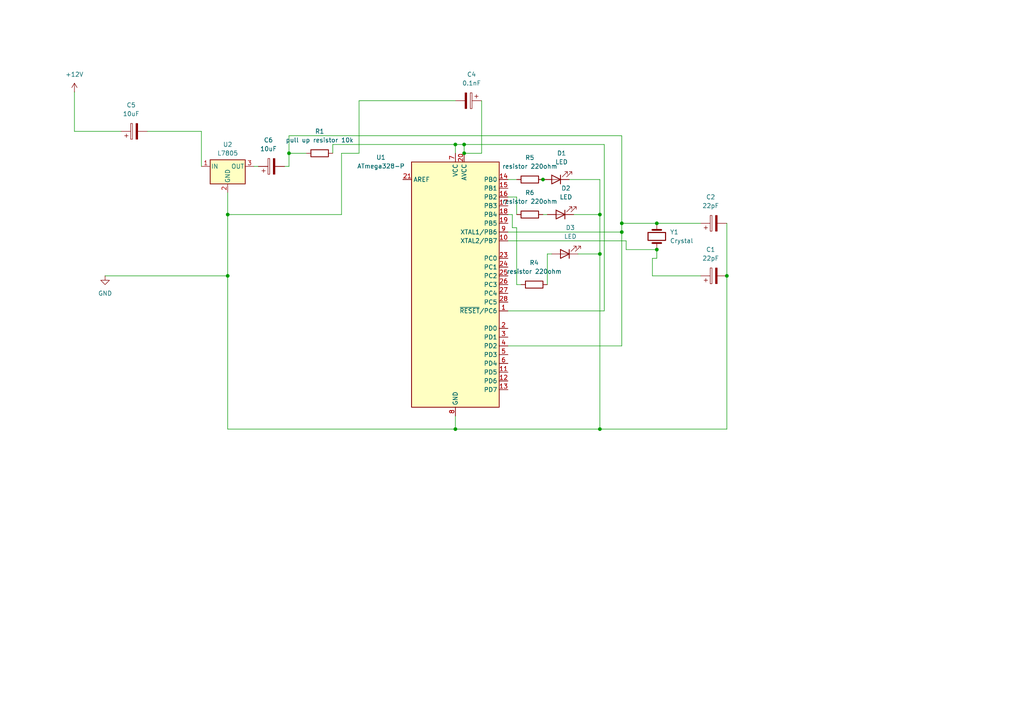
<source format=kicad_sch>
(kicad_sch (version 20250114) (generator "eeschema") (generator_version "9.0")
  (paper "A4")
  (lib_symbols
    (symbol "Device:C_Polarized" (pin_numbers (hide yes)) (pin_names (offset 0.254))
      (property "Reference" "C" (at 0.635 2.54 0))
      (property "Value" "C_Polarized" (at 0.635 -2.54 0))
      (symbol "C_Polarized_0_1"
        (rectangle (start -2.286 0.508) (end 2.286 1.016))
        (polyline (pts (xy -1.778 2.286) (xy -0.762 2.286)))
        (polyline (pts (xy -1.27 2.794) (xy -1.27 1.778)))
        (rectangle (start 2.286 -0.508) (end -2.286 -1.016) (fill (type outline)))
      )
      (symbol "C_Polarized_1_1"
        (pin passive line (at 0 3.81 270) (length 2.794) (name "~") (number "1"))
        (pin passive line (at 0 -3.81 90) (length 2.794) (name "~") (number "2"))
      )
    )
    (symbol "Device:Crystal" (pin_numbers (hide yes)) (pin_names (offset 1.016) (hide yes))
      (property "Reference" "Y" (at 0 3.81 0))
      (property "Value" "Crystal" (at 0 -3.81 0))
      (symbol "Crystal_0_1"
        (polyline (pts (xy -2.54 0) (xy -1.905 0)))
        (polyline (pts (xy -1.905 -1.27) (xy -1.905 1.27)) (stroke (width 0.508)))
        (rectangle (start -1.143 2.54) (end 1.143 -2.54) (stroke (width 0.3048)))
        (polyline (pts (xy 1.905 -1.27) (xy 1.905 1.27)) (stroke (width 0.508)))
        (polyline (pts (xy 2.54 0) (xy 1.905 0)))
      )
      (symbol "Crystal_1_1"
        (pin passive line (at -3.81 0 0) (length 1.27) (name "1") (number "1"))
        (pin passive line (at 3.81 0 180) (length 1.27) (name "2") (number "2"))
      )
    )
    (symbol "Device:LED" (pin_numbers (hide yes)) (pin_names (offset 1.016) (hide yes))
      (property "Reference" "D" (at 0 2.54 0))
      (property "Value" "LED" (at 0 -2.54 0))
      (symbol "LED_0_1"
        (polyline (pts (xy -3.048 -0.762) (xy -4.572 -2.286) (xy -3.81 -2.286) (xy -4.572 -2.286) (xy -4.572 -1.524)))
        (polyline (pts (xy -1.778 -0.762) (xy -3.302 -2.286) (xy -2.54 -2.286) (xy -3.302 -2.286) (xy -3.302 -1.524)))
        (polyline (pts (xy -1.27 0) (xy 1.27 0)))
        (polyline (pts (xy -1.27 -1.27) (xy -1.27 1.27)) (stroke (width 0.254)))
        (polyline (pts (xy 1.27 -1.27) (xy 1.27 1.27) (xy -1.27 0) (xy 1.27 -1.27)) (stroke (width 0.254)))
      )
      (symbol "LED_1_1"
        (pin passive line (at -3.81 0 0) (length 2.54) (name "K") (number "1"))
        (pin passive line (at 3.81 0 180) (length 2.54) (name "A") (number "2"))
      )
    )
    (symbol "Device:R" (pin_numbers (hide yes)) (pin_names (offset 0))
      (property "Reference" "R" (at 2.032 0 90))
      (property "Value" "R" (at 0 0 90))
      (symbol "R_0_1"
        (rectangle (start -1.016 -2.54) (end 1.016 2.54) (stroke (width 0.254)))
      )
      (symbol "R_1_1"
        (pin passive line (at 0 3.81 270) (length 1.27) (name "~") (number "1"))
        (pin passive line (at 0 -3.81 90) (length 1.27) (name "~") (number "2"))
      )
    )
    (symbol "MCU_Microchip_ATmega:ATmega328-P"
      (property "Reference" "U" (at -12.7 36.83 0))
      (property "Value" "ATmega328-P" (at 2.54 -36.83 0))
      (symbol "ATmega328-P_0_1"
        (rectangle (start -12.7 -35.56) (end 12.7 35.56) (stroke (width 0.254)) (fill (type background)))
      )
      (symbol "ATmega328-P_1_1"
        (pin passive line (at -15.24 30.48 0) (length 2.54) (name "AREF") (number "21"))
        (pin power_in line (at 0 38.1 270) (length 2.54) (name "VCC") (number "7"))
        (pin passive line (at 0 -38.1 90) (length 2.54) (hide yes) (name "GND") (number "22"))
        (pin power_in line (at 0 -38.1 90) (length 2.54) (name "GND") (number "8"))
        (pin power_in line (at 2.54 38.1 270) (length 2.54) (name "AVCC") (number "20"))
        (pin bidirectional line (at 15.24 30.48 180) (length 2.54) (name "PB0") (number "14"))
        (pin bidirectional line (at 15.24 27.94 180) (length 2.54) (name "PB1") (number "15"))
        (pin bidirectional line (at 15.24 25.4 180) (length 2.54) (name "PB2") (number "16"))
        (pin bidirectional line (at 15.24 22.86 180) (length 2.54) (name "PB3") (number "17"))
        (pin bidirectional line (at 15.24 20.32 180) (length 2.54) (name "PB4") (number "18"))
        (pin bidirectional line (at 15.24 17.78 180) (length 2.54) (name "PB5") (number "19"))
        (pin bidirectional line (at 15.24 15.24 180) (length 2.54) (name "XTAL1/PB6") (number "9"))
        (pin bidirectional line (at 15.24 12.7 180) (length 2.54) (name "XTAL2/PB7") (number "10"))
        (pin bidirectional line (at 15.24 7.62 180) (length 2.54) (name "PC0") (number "23"))
        (pin bidirectional line (at 15.24 5.08 180) (length 2.54) (name "PC1") (number "24"))
        (pin bidirectional line (at 15.24 2.54 180) (length 2.54) (name "PC2") (number "25"))
        (pin bidirectional line (at 15.24 0 180) (length 2.54) (name "PC3") (number "26"))
        (pin bidirectional line (at 15.24 -2.54 180) (length 2.54) (name "PC4") (number "27"))
        (pin bidirectional line (at 15.24 -5.08 180) (length 2.54) (name "PC5") (number "28"))
        (pin bidirectional line (at 15.24 -7.62 180) (length 2.54) (name "~{RESET}/PC6") (number "1"))
        (pin bidirectional line (at 15.24 -12.7 180) (length 2.54) (name "PD0") (number "2"))
        (pin bidirectional line (at 15.24 -15.24 180) (length 2.54) (name "PD1") (number "3"))
        (pin bidirectional line (at 15.24 -17.78 180) (length 2.54) (name "PD2") (number "4"))
        (pin bidirectional line (at 15.24 -20.32 180) (length 2.54) (name "PD3") (number "5"))
        (pin bidirectional line (at 15.24 -22.86 180) (length 2.54) (name "PD4") (number "6"))
        (pin bidirectional line (at 15.24 -25.4 180) (length 2.54) (name "PD5") (number "11"))
        (pin bidirectional line (at 15.24 -27.94 180) (length 2.54) (name "PD6") (number "12"))
        (pin bidirectional line (at 15.24 -30.48 180) (length 2.54) (name "PD7") (number "13"))
      )
    )
    (symbol "Regulator_Linear:L7805" (pin_names (offset 0.254))
      (property "Reference" "U" (at -3.81 3.175 0))
      (property "Value" "L7805" (at 0 3.175 0))
      (symbol "L7805_0_1"
        (rectangle (start -5.08 1.905) (end 5.08 -5.08) (stroke (width 0.254)) (fill (type background)))
      )
      (symbol "L7805_1_1"
        (pin power_in line (at -7.62 0 0) (length 2.54) (name "IN") (number "1"))
        (pin power_in line (at 0 -7.62 90) (length 2.54) (name "GND") (number "2"))
        (pin power_out line (at 7.62 0 180) (length 2.54) (name "OUT") (number "3"))
      )
    )
    (symbol "power:+12V" (power) (pin_numbers (hide yes)) (pin_names (offset 0) (hide yes))
      (property "Value" "+12V" (at 0 3.556 0))
      (symbol "+12V_0_1"
        (polyline (pts (xy -0.762 1.27) (xy 0 2.54)))
        (polyline (pts (xy 0 2.54) (xy 0.762 1.27)))
        (polyline (pts (xy 0 0) (xy 0 2.54)))
      )
      (symbol "+12V_1_1"
        (pin power_in line (at 0 0 90) (length 0) (name "~") (number "1"))
      )
    )
    (symbol "power:GND" (power) (pin_numbers (hide yes)) (pin_names (offset 0) (hide yes))
      (property "Value" "GND" (at 0 -3.81 0))
      (symbol "GND_0_1"
        (polyline (pts (xy 0 0) (xy 0 -1.27) (xy 1.27 -1.27) (xy 0 -2.54) (xy -1.27 -1.27) (xy 0 -1.27)))
      )
      (symbol "GND_1_1"
        (pin power_in line (at 0 0 270) (length 0) (name "~") (number "1"))
      )
    )
  )
  (junction (at 190.5 72.39))
  (junction (at 173.99 73.66))
  (junction (at 132.08 124.46))
  (junction (at 132.08 41.91))
  (junction (at 83.82 44.45))
  (junction (at 66.04 62.23))
  (junction (at 210.82 80.01))
  (junction (at 66.04 80.01))
  (junction (at 134.62 41.91))
  (junction (at 180.34 64.77))
  (junction (at 157.48 52.07))
  (junction (at 173.99 62.23))
  (junction (at 134.62 44.45))
  (junction (at 180.34 67.31))
  (junction (at 190.5 64.77))
  (junction (at 173.99 124.46))
  (wire (pts (xy 189.23 74.93) (xy 190.5 74.93)))
  (wire (pts (xy 104.14 29.21) (xy 104.14 44.45)))
  (wire (pts (xy 180.34 67.31) (xy 180.34 64.77)))
  (wire (pts (xy 42.7395 38.1) (xy 58.42 38.1)))
  (wire (pts (xy 83.82 39.37) (xy 180.34 39.37)))
  (wire (pts (xy 132.08 41.91) (xy 134.62 41.91)))
  (wire (pts (xy 82.55 48.26) (xy 83.82 48.26)))
  (wire (pts (xy 149.86 57.15) (xy 147.32 57.15)))
  (wire (pts (xy 30.48 80.01) (xy 66.04 80.01)))
  (wire (pts (xy 167.64 73.66) (xy 173.99 73.66)))
  (wire (pts (xy 181.61 69.85) (xy 147.32 69.85)))
  (wire (pts (xy 96.52 41.91) (xy 132.08 41.91)))
  (wire (pts (xy 132.08 120.65) (xy 132.08 124.46)))
  (wire (pts (xy 180.34 39.37) (xy 180.34 64.77)))
  (wire (pts (xy 190.5 64.77) (xy 203.2 64.77)))
  (wire (pts (xy 190.5 74.93) (xy 190.5 72.39)))
  (wire (pts (xy 21.59 26.67) (xy 21.59 38.1)))
  (wire (pts (xy 66.04 55.88) (xy 66.04 62.23)))
  (wire (pts (xy 175.26 90.17) (xy 147.32 90.17)))
  (wire (pts (xy 189.23 80.01) (xy 189.23 74.93)))
  (wire (pts (xy 149.86 62.23) (xy 149.86 57.15)))
  (wire (pts (xy 157.3684 52.07) (xy 157.48 52.07)))
  (wire (pts (xy 83.82 44.45) (xy 88.9 44.45)))
  (wire (pts (xy 66.04 62.23) (xy 66.04 80.01)))
  (wire (pts (xy 149.86 66.04) (xy 148.59 66.04)))
  (wire (pts (xy 148.59 62.23) (xy 147.32 62.23)))
  (wire (pts (xy 21.59 38.1) (xy 35.1195 38.1)))
  (wire (pts (xy 83.82 44.45) (xy 83.82 48.26)))
  (wire (pts (xy 173.99 124.46) (xy 210.82 124.46)))
  (wire (pts (xy 147.32 52.07) (xy 149.7484 52.07)))
  (wire (pts (xy 83.82 39.37) (xy 83.82 44.45)))
  (wire (pts (xy 173.99 73.66) (xy 173.99 124.46)))
  (wire (pts (xy 180.34 67.31) (xy 180.34 100.33)))
  (wire (pts (xy 132.08 29.21) (xy 104.14 29.21)))
  (wire (pts (xy 132.08 124.46) (xy 173.99 124.46)))
  (wire (pts (xy 180.34 64.77) (xy 190.5 64.77)))
  (wire (pts (xy 180.34 100.33) (xy 147.32 100.33)))
  (wire (pts (xy 158.75 82.55) (xy 158.75 73.66)))
  (wire (pts (xy 134.62 41.91) (xy 175.26 41.91)))
  (wire (pts (xy 139.7 44.45) (xy 134.62 44.45)))
  (wire (pts (xy 210.82 64.77) (xy 210.82 80.01)))
  (wire (pts (xy 158.75 62.23) (xy 157.48 62.23)))
  (wire (pts (xy 96.52 41.91) (xy 96.52 44.45)))
  (wire (pts (xy 151.13 82.55) (xy 149.86 82.55)))
  (wire (pts (xy 158.75 73.66) (xy 160.02 73.66)))
  (wire (pts (xy 132.08 41.91) (xy 132.08 44.45)))
  (wire (pts (xy 58.42 38.1) (xy 58.42 48.26)))
  (wire (pts (xy 99.06 62.23) (xy 66.04 62.23)))
  (wire (pts (xy 134.62 41.91) (xy 134.62 44.45)))
  (wire (pts (xy 173.99 52.07) (xy 173.99 62.23)))
  (wire (pts (xy 166.37 62.23) (xy 173.99 62.23)))
  (wire (pts (xy 132.08 124.46) (xy 66.04 124.46)))
  (wire (pts (xy 139.7 29.21) (xy 139.7 44.45)))
  (wire (pts (xy 149.86 66.04) (xy 149.86 82.55)))
  (wire (pts (xy 66.04 80.01) (xy 66.04 124.46)))
  (wire (pts (xy 165.1 52.07) (xy 173.99 52.07)))
  (wire (pts (xy 189.23 80.01) (xy 203.2 80.01)))
  (wire (pts (xy 148.59 66.04) (xy 148.59 62.23)))
  (wire (pts (xy 210.82 80.01) (xy 210.82 124.46)))
  (wire (pts (xy 104.14 44.45) (xy 99.06 44.45)))
  (wire (pts (xy 99.06 44.45) (xy 99.06 62.23)))
  (wire (pts (xy 175.26 41.91) (xy 175.26 90.17)))
  (wire (pts (xy 73.66 48.26) (xy 74.93 48.26)))
  (wire (pts (xy 173.99 62.23) (xy 173.99 73.66)))
  (wire (pts (xy 181.61 72.39) (xy 181.61 69.85)))
  (wire (pts (xy 147.32 67.31) (xy 180.34 67.31)))
  (wire (pts (xy 190.5 72.39) (xy 181.61 72.39)))
  (symbol (lib_id "Device:R") (at 153.67 52.07 270) (unit 1)
    (property "Reference" "R5" (at 153.67 45.72 90))
    (property "Value" "resistor 220ohm" (at 153.67 48.26 90))
    (property "Description" "Resistor" (effects (hide yes)))
  )
  (symbol (lib_id "power:+12V") (at 21.59 26.67 0) (unit 1)
    (property "Reference" "#PWR01" (effects (hide yes)))
    (property "Value" "+12V" (at 21.59 21.59 0))
    (property "Description" "Power symbol creates a global label with name \"+12V\"" (effects (hide yes)))
  )
  (symbol (lib_id "Device:C_Polarized") (at 38.9295 38.1 90) (unit 1)
    (property "Reference" "C5" (at 38.0405 30.48 90))
    (property "Value" "10uF" (at 38.0405 33.02 90))
    (property "Description" "Polarized capacitor" (effects (hide yes)))
  )
  (symbol (lib_id "Device:C_Polarized") (at 207.01 80.01 90) (unit 1)
    (property "Reference" "C1" (at 206.121 72.39 90))
    (property "Value" "22pF" (at 206.121 74.93 90))
    (property "Description" "Polarized capacitor" (effects (hide yes)))
  )
  (symbol (lib_id "Device:R") (at 153.67 62.23 270) (unit 1)
    (property "Reference" "R6" (at 153.67 55.88 90))
    (property "Value" "resistor 220ohm" (at 153.67 58.42 90))
    (property "Description" "Resistor" (effects (hide yes)))
  )
  (symbol (lib_id "Device:Crystal") (at 190.5 68.58 270) (unit 1)
    (property "Reference" "Y1" (at 194.31 67.3099 90) (effects (justify left)))
    (property "Value" "Crystal" (at 194.31 69.8499 90) (effects (justify left)))
    (property "Description" "Two pin crystal" (effects (hide yes)))
  )
  (symbol (lib_id "power:GND") (at 30.48 80.01 0) (unit 1)
    (property "Reference" "#PWR02" (effects (hide yes)))
    (property "Value" "GND" (at 30.48 85.09 0))
    (property "Description" "Power symbol creates a global label with name \"GND\" , ground" (effects (hide yes)))
  )
  (symbol (lib_id "Device:C_Polarized") (at 135.89 29.21 270) (unit 1)
    (property "Reference" "C4" (at 136.779 21.59 90))
    (property "Value" "0.1nF" (at 136.779 24.13 90))
    (property "Description" "Polarized capacitor" (effects (hide yes)))
  )
  (symbol (lib_id "Device:LED") (at 161.29 52.07 180) (unit 1)
    (property "Reference" "D1" (at 162.8775 44.45 0))
    (property "Value" "LED" (at 162.8775 46.99 0))
    (property "Description" "Light emitting diode" (effects (hide yes)))
    (property "Sim.Pins" "1=K 2=A" (effects (hide yes)))
  )
  (symbol (lib_id "MCU_Microchip_ATmega:ATmega328-P") (at 132.08 82.55 0) (unit 1)
    (property "Reference" "U1" (at 110.49 45.6498 0))
    (property "Value" "ATmega328-P" (at 110.49 48.1898 0))
    (property "Footprint" "Package_DIP:DIP-28_W7.62mm" (effects (hide yes)))
    (property "Datasheet" "http://ww1.microchip.com/downloads/en/DeviceDoc/ATmega328_P%20AVR%20MCU%20with%20picoPower%20Technology%20Data%20Sheet%2040001984A.pdf" (effects (hide yes)))
    (property "Description" "20MHz, 32kB Flash, 2kB SRAM, 1kB EEPROM, DIP-28" (effects (hide yes)))
  )
  (symbol (lib_id "Device:C_Polarized") (at 78.74 48.26 90) (unit 1)
    (property "Reference" "C6" (at 77.851 40.64 90))
    (property "Value" "10uF" (at 77.851 43.18 90))
    (property "Description" "Polarized capacitor" (effects (hide yes)))
  )
  (symbol (lib_id "Device:C_Polarized") (at 207.01 64.77 90) (unit 1)
    (property "Reference" "C2" (at 206.121 57.15 90))
    (property "Value" "22pF" (at 206.121 59.69 90))
    (property "Description" "Polarized capacitor" (effects (hide yes)))
  )
  (symbol (lib_id "Device:R") (at 92.71 44.45 270) (unit 1)
    (property "Reference" "R1" (at 92.71 38.1 90))
    (property "Value" "pull up resistor 10k" (at 92.71 40.64 90))
    (property "Description" "Resistor" (effects (hide yes)))
  )
  (symbol (lib_id "Device:R") (at 154.94 82.55 270) (unit 1)
    (property "Reference" "R4" (at 154.94 76.2 90))
    (property "Value" "resistor 220ohm" (at 154.94 78.74 90))
    (property "Description" "Resistor" (effects (hide yes)))
  )
  (symbol (lib_id "Device:LED") (at 163.83 73.66 180) (unit 1)
    (property "Reference" "D3" (at 165.4175 66.04 0))
    (property "Value" "LED" (at 165.4175 68.58 0))
    (property "Description" "Light emitting diode" (effects (hide yes)))
    (property "Sim.Pins" "1=K 2=A" (effects (hide yes)))
  )
  (symbol (lib_id "Device:LED") (at 162.56 62.23 180) (unit 1)
    (property "Reference" "D2" (at 164.1475 54.61 0))
    (property "Value" "LED" (at 164.1475 57.15 0))
    (property "Description" "Light emitting diode" (effects (hide yes)))
    (property "Sim.Pins" "1=K 2=A" (effects (hide yes)))
  )
  (symbol (lib_id "Regulator_Linear:L7805") (at 66.04 48.26 0) (unit 1)
    (property "Reference" "U2" (at 66.04 41.91 0))
    (property "Value" "L7805" (at 66.04 44.45 0))
    (property "Datasheet" "http://www.st.com/content/ccc/resource/technical/document/datasheet/41/4f/b3/b0/12/d4/47/88/CD00000444.pdf/files/CD00000444.pdf/jcr:content/translations/en.CD00000444.pdf" (effects (hide yes)))
    (property "Description" "Positive 1.5A 35V Linear Regulator, Fixed Output 5V, TO-220/TO-263/TO-252" (effects (hide yes)))
  )
)
</source>
